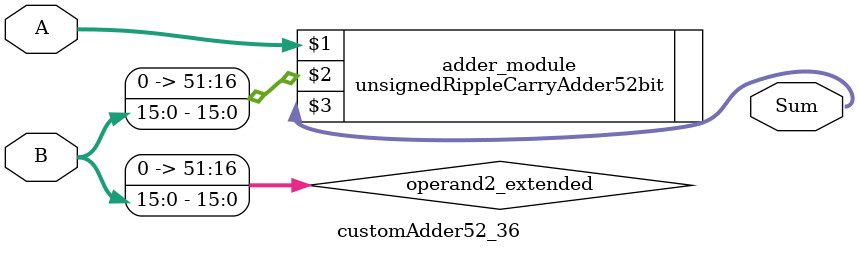
<source format=v>
module customAdder52_36(
                        input [51 : 0] A,
                        input [15 : 0] B,
                        
                        output [52 : 0] Sum
                );

        wire [51 : 0] operand2_extended;
        
        assign operand2_extended =  {36'b0, B};
        
        unsignedRippleCarryAdder52bit adder_module(
            A,
            operand2_extended,
            Sum
        );
        
        endmodule
        
</source>
